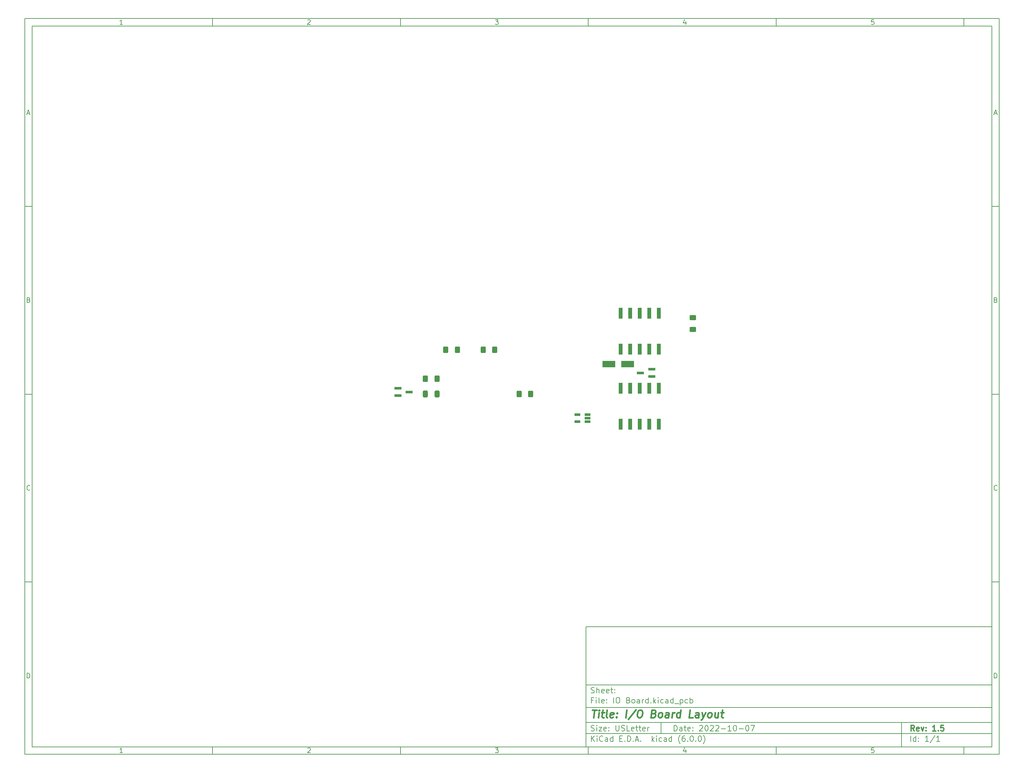
<source format=gbr>
G04 #@! TF.GenerationSoftware,KiCad,Pcbnew,(6.0.0)*
G04 #@! TF.CreationDate,2023-02-09T15:45:20-05:00*
G04 #@! TF.ProjectId,IO Board,494f2042-6f61-4726-942e-6b696361645f,1.5*
G04 #@! TF.SameCoordinates,Original*
G04 #@! TF.FileFunction,Paste,Top*
G04 #@! TF.FilePolarity,Positive*
%FSLAX46Y46*%
G04 Gerber Fmt 4.6, Leading zero omitted, Abs format (unit mm)*
G04 Created by KiCad (PCBNEW (6.0.0)) date 2023-02-09 15:45:20*
%MOMM*%
%LPD*%
G01*
G04 APERTURE LIST*
G04 Aperture macros list*
%AMRoundRect*
0 Rectangle with rounded corners*
0 $1 Rounding radius*
0 $2 $3 $4 $5 $6 $7 $8 $9 X,Y pos of 4 corners*
0 Add a 4 corners polygon primitive as box body*
4,1,4,$2,$3,$4,$5,$6,$7,$8,$9,$2,$3,0*
0 Add four circle primitives for the rounded corners*
1,1,$1+$1,$2,$3*
1,1,$1+$1,$4,$5*
1,1,$1+$1,$6,$7*
1,1,$1+$1,$8,$9*
0 Add four rect primitives between the rounded corners*
20,1,$1+$1,$2,$3,$4,$5,0*
20,1,$1+$1,$4,$5,$6,$7,0*
20,1,$1+$1,$6,$7,$8,$9,0*
20,1,$1+$1,$8,$9,$2,$3,0*%
G04 Aperture macros list end*
%ADD10C,0.100000*%
%ADD11C,0.150000*%
%ADD12C,0.300000*%
%ADD13C,0.400000*%
%ADD14R,1.900000X0.800000*%
%ADD15RoundRect,0.250000X0.400000X0.625000X-0.400000X0.625000X-0.400000X-0.625000X0.400000X-0.625000X0*%
%ADD16RoundRect,0.250000X-0.400000X-0.625000X0.400000X-0.625000X0.400000X0.625000X-0.400000X0.625000X0*%
%ADD17RoundRect,0.250000X-0.625000X0.400000X-0.625000X-0.400000X0.625000X-0.400000X0.625000X0.400000X0*%
%ADD18RoundRect,0.250000X-0.412500X-0.650000X0.412500X-0.650000X0.412500X0.650000X-0.412500X0.650000X0*%
%ADD19R,3.500000X1.800000*%
%ADD20R,1.000000X3.000000*%
%ADD21R,1.560000X0.650000*%
G04 APERTURE END LIST*
D10*
D11*
X159400000Y-171900000D02*
X159400000Y-203900000D01*
X267400000Y-203900000D01*
X267400000Y-171900000D01*
X159400000Y-171900000D01*
D10*
D11*
X10000000Y-10000000D02*
X10000000Y-205900000D01*
X269400000Y-205900000D01*
X269400000Y-10000000D01*
X10000000Y-10000000D01*
D10*
D11*
X12000000Y-12000000D02*
X12000000Y-203900000D01*
X267400000Y-203900000D01*
X267400000Y-12000000D01*
X12000000Y-12000000D01*
D10*
D11*
X60000000Y-12000000D02*
X60000000Y-10000000D01*
D10*
D11*
X110000000Y-12000000D02*
X110000000Y-10000000D01*
D10*
D11*
X160000000Y-12000000D02*
X160000000Y-10000000D01*
D10*
D11*
X210000000Y-12000000D02*
X210000000Y-10000000D01*
D10*
D11*
X260000000Y-12000000D02*
X260000000Y-10000000D01*
D10*
D11*
X36065476Y-11588095D02*
X35322619Y-11588095D01*
X35694047Y-11588095D02*
X35694047Y-10288095D01*
X35570238Y-10473809D01*
X35446428Y-10597619D01*
X35322619Y-10659523D01*
D10*
D11*
X85322619Y-10411904D02*
X85384523Y-10350000D01*
X85508333Y-10288095D01*
X85817857Y-10288095D01*
X85941666Y-10350000D01*
X86003571Y-10411904D01*
X86065476Y-10535714D01*
X86065476Y-10659523D01*
X86003571Y-10845238D01*
X85260714Y-11588095D01*
X86065476Y-11588095D01*
D10*
D11*
X135260714Y-10288095D02*
X136065476Y-10288095D01*
X135632142Y-10783333D01*
X135817857Y-10783333D01*
X135941666Y-10845238D01*
X136003571Y-10907142D01*
X136065476Y-11030952D01*
X136065476Y-11340476D01*
X136003571Y-11464285D01*
X135941666Y-11526190D01*
X135817857Y-11588095D01*
X135446428Y-11588095D01*
X135322619Y-11526190D01*
X135260714Y-11464285D01*
D10*
D11*
X185941666Y-10721428D02*
X185941666Y-11588095D01*
X185632142Y-10226190D02*
X185322619Y-11154761D01*
X186127380Y-11154761D01*
D10*
D11*
X236003571Y-10288095D02*
X235384523Y-10288095D01*
X235322619Y-10907142D01*
X235384523Y-10845238D01*
X235508333Y-10783333D01*
X235817857Y-10783333D01*
X235941666Y-10845238D01*
X236003571Y-10907142D01*
X236065476Y-11030952D01*
X236065476Y-11340476D01*
X236003571Y-11464285D01*
X235941666Y-11526190D01*
X235817857Y-11588095D01*
X235508333Y-11588095D01*
X235384523Y-11526190D01*
X235322619Y-11464285D01*
D10*
D11*
X60000000Y-203900000D02*
X60000000Y-205900000D01*
D10*
D11*
X110000000Y-203900000D02*
X110000000Y-205900000D01*
D10*
D11*
X160000000Y-203900000D02*
X160000000Y-205900000D01*
D10*
D11*
X210000000Y-203900000D02*
X210000000Y-205900000D01*
D10*
D11*
X260000000Y-203900000D02*
X260000000Y-205900000D01*
D10*
D11*
X36065476Y-205488095D02*
X35322619Y-205488095D01*
X35694047Y-205488095D02*
X35694047Y-204188095D01*
X35570238Y-204373809D01*
X35446428Y-204497619D01*
X35322619Y-204559523D01*
D10*
D11*
X85322619Y-204311904D02*
X85384523Y-204250000D01*
X85508333Y-204188095D01*
X85817857Y-204188095D01*
X85941666Y-204250000D01*
X86003571Y-204311904D01*
X86065476Y-204435714D01*
X86065476Y-204559523D01*
X86003571Y-204745238D01*
X85260714Y-205488095D01*
X86065476Y-205488095D01*
D10*
D11*
X135260714Y-204188095D02*
X136065476Y-204188095D01*
X135632142Y-204683333D01*
X135817857Y-204683333D01*
X135941666Y-204745238D01*
X136003571Y-204807142D01*
X136065476Y-204930952D01*
X136065476Y-205240476D01*
X136003571Y-205364285D01*
X135941666Y-205426190D01*
X135817857Y-205488095D01*
X135446428Y-205488095D01*
X135322619Y-205426190D01*
X135260714Y-205364285D01*
D10*
D11*
X185941666Y-204621428D02*
X185941666Y-205488095D01*
X185632142Y-204126190D02*
X185322619Y-205054761D01*
X186127380Y-205054761D01*
D10*
D11*
X236003571Y-204188095D02*
X235384523Y-204188095D01*
X235322619Y-204807142D01*
X235384523Y-204745238D01*
X235508333Y-204683333D01*
X235817857Y-204683333D01*
X235941666Y-204745238D01*
X236003571Y-204807142D01*
X236065476Y-204930952D01*
X236065476Y-205240476D01*
X236003571Y-205364285D01*
X235941666Y-205426190D01*
X235817857Y-205488095D01*
X235508333Y-205488095D01*
X235384523Y-205426190D01*
X235322619Y-205364285D01*
D10*
D11*
X10000000Y-60000000D02*
X12000000Y-60000000D01*
D10*
D11*
X10000000Y-110000000D02*
X12000000Y-110000000D01*
D10*
D11*
X10000000Y-160000000D02*
X12000000Y-160000000D01*
D10*
D11*
X10690476Y-35216666D02*
X11309523Y-35216666D01*
X10566666Y-35588095D02*
X11000000Y-34288095D01*
X11433333Y-35588095D01*
D10*
D11*
X11092857Y-84907142D02*
X11278571Y-84969047D01*
X11340476Y-85030952D01*
X11402380Y-85154761D01*
X11402380Y-85340476D01*
X11340476Y-85464285D01*
X11278571Y-85526190D01*
X11154761Y-85588095D01*
X10659523Y-85588095D01*
X10659523Y-84288095D01*
X11092857Y-84288095D01*
X11216666Y-84350000D01*
X11278571Y-84411904D01*
X11340476Y-84535714D01*
X11340476Y-84659523D01*
X11278571Y-84783333D01*
X11216666Y-84845238D01*
X11092857Y-84907142D01*
X10659523Y-84907142D01*
D10*
D11*
X11402380Y-135464285D02*
X11340476Y-135526190D01*
X11154761Y-135588095D01*
X11030952Y-135588095D01*
X10845238Y-135526190D01*
X10721428Y-135402380D01*
X10659523Y-135278571D01*
X10597619Y-135030952D01*
X10597619Y-134845238D01*
X10659523Y-134597619D01*
X10721428Y-134473809D01*
X10845238Y-134350000D01*
X11030952Y-134288095D01*
X11154761Y-134288095D01*
X11340476Y-134350000D01*
X11402380Y-134411904D01*
D10*
D11*
X10659523Y-185588095D02*
X10659523Y-184288095D01*
X10969047Y-184288095D01*
X11154761Y-184350000D01*
X11278571Y-184473809D01*
X11340476Y-184597619D01*
X11402380Y-184845238D01*
X11402380Y-185030952D01*
X11340476Y-185278571D01*
X11278571Y-185402380D01*
X11154761Y-185526190D01*
X10969047Y-185588095D01*
X10659523Y-185588095D01*
D10*
D11*
X269400000Y-60000000D02*
X267400000Y-60000000D01*
D10*
D11*
X269400000Y-110000000D02*
X267400000Y-110000000D01*
D10*
D11*
X269400000Y-160000000D02*
X267400000Y-160000000D01*
D10*
D11*
X268090476Y-35216666D02*
X268709523Y-35216666D01*
X267966666Y-35588095D02*
X268400000Y-34288095D01*
X268833333Y-35588095D01*
D10*
D11*
X268492857Y-84907142D02*
X268678571Y-84969047D01*
X268740476Y-85030952D01*
X268802380Y-85154761D01*
X268802380Y-85340476D01*
X268740476Y-85464285D01*
X268678571Y-85526190D01*
X268554761Y-85588095D01*
X268059523Y-85588095D01*
X268059523Y-84288095D01*
X268492857Y-84288095D01*
X268616666Y-84350000D01*
X268678571Y-84411904D01*
X268740476Y-84535714D01*
X268740476Y-84659523D01*
X268678571Y-84783333D01*
X268616666Y-84845238D01*
X268492857Y-84907142D01*
X268059523Y-84907142D01*
D10*
D11*
X268802380Y-135464285D02*
X268740476Y-135526190D01*
X268554761Y-135588095D01*
X268430952Y-135588095D01*
X268245238Y-135526190D01*
X268121428Y-135402380D01*
X268059523Y-135278571D01*
X267997619Y-135030952D01*
X267997619Y-134845238D01*
X268059523Y-134597619D01*
X268121428Y-134473809D01*
X268245238Y-134350000D01*
X268430952Y-134288095D01*
X268554761Y-134288095D01*
X268740476Y-134350000D01*
X268802380Y-134411904D01*
D10*
D11*
X268059523Y-185588095D02*
X268059523Y-184288095D01*
X268369047Y-184288095D01*
X268554761Y-184350000D01*
X268678571Y-184473809D01*
X268740476Y-184597619D01*
X268802380Y-184845238D01*
X268802380Y-185030952D01*
X268740476Y-185278571D01*
X268678571Y-185402380D01*
X268554761Y-185526190D01*
X268369047Y-185588095D01*
X268059523Y-185588095D01*
D10*
D11*
X182832142Y-199678571D02*
X182832142Y-198178571D01*
X183189285Y-198178571D01*
X183403571Y-198250000D01*
X183546428Y-198392857D01*
X183617857Y-198535714D01*
X183689285Y-198821428D01*
X183689285Y-199035714D01*
X183617857Y-199321428D01*
X183546428Y-199464285D01*
X183403571Y-199607142D01*
X183189285Y-199678571D01*
X182832142Y-199678571D01*
X184975000Y-199678571D02*
X184975000Y-198892857D01*
X184903571Y-198750000D01*
X184760714Y-198678571D01*
X184475000Y-198678571D01*
X184332142Y-198750000D01*
X184975000Y-199607142D02*
X184832142Y-199678571D01*
X184475000Y-199678571D01*
X184332142Y-199607142D01*
X184260714Y-199464285D01*
X184260714Y-199321428D01*
X184332142Y-199178571D01*
X184475000Y-199107142D01*
X184832142Y-199107142D01*
X184975000Y-199035714D01*
X185475000Y-198678571D02*
X186046428Y-198678571D01*
X185689285Y-198178571D02*
X185689285Y-199464285D01*
X185760714Y-199607142D01*
X185903571Y-199678571D01*
X186046428Y-199678571D01*
X187117857Y-199607142D02*
X186975000Y-199678571D01*
X186689285Y-199678571D01*
X186546428Y-199607142D01*
X186475000Y-199464285D01*
X186475000Y-198892857D01*
X186546428Y-198750000D01*
X186689285Y-198678571D01*
X186975000Y-198678571D01*
X187117857Y-198750000D01*
X187189285Y-198892857D01*
X187189285Y-199035714D01*
X186475000Y-199178571D01*
X187832142Y-199535714D02*
X187903571Y-199607142D01*
X187832142Y-199678571D01*
X187760714Y-199607142D01*
X187832142Y-199535714D01*
X187832142Y-199678571D01*
X187832142Y-198750000D02*
X187903571Y-198821428D01*
X187832142Y-198892857D01*
X187760714Y-198821428D01*
X187832142Y-198750000D01*
X187832142Y-198892857D01*
X189617857Y-198321428D02*
X189689285Y-198250000D01*
X189832142Y-198178571D01*
X190189285Y-198178571D01*
X190332142Y-198250000D01*
X190403571Y-198321428D01*
X190475000Y-198464285D01*
X190475000Y-198607142D01*
X190403571Y-198821428D01*
X189546428Y-199678571D01*
X190475000Y-199678571D01*
X191403571Y-198178571D02*
X191546428Y-198178571D01*
X191689285Y-198250000D01*
X191760714Y-198321428D01*
X191832142Y-198464285D01*
X191903571Y-198750000D01*
X191903571Y-199107142D01*
X191832142Y-199392857D01*
X191760714Y-199535714D01*
X191689285Y-199607142D01*
X191546428Y-199678571D01*
X191403571Y-199678571D01*
X191260714Y-199607142D01*
X191189285Y-199535714D01*
X191117857Y-199392857D01*
X191046428Y-199107142D01*
X191046428Y-198750000D01*
X191117857Y-198464285D01*
X191189285Y-198321428D01*
X191260714Y-198250000D01*
X191403571Y-198178571D01*
X192475000Y-198321428D02*
X192546428Y-198250000D01*
X192689285Y-198178571D01*
X193046428Y-198178571D01*
X193189285Y-198250000D01*
X193260714Y-198321428D01*
X193332142Y-198464285D01*
X193332142Y-198607142D01*
X193260714Y-198821428D01*
X192403571Y-199678571D01*
X193332142Y-199678571D01*
X193903571Y-198321428D02*
X193975000Y-198250000D01*
X194117857Y-198178571D01*
X194475000Y-198178571D01*
X194617857Y-198250000D01*
X194689285Y-198321428D01*
X194760714Y-198464285D01*
X194760714Y-198607142D01*
X194689285Y-198821428D01*
X193832142Y-199678571D01*
X194760714Y-199678571D01*
X195403571Y-199107142D02*
X196546428Y-199107142D01*
X198046428Y-199678571D02*
X197189285Y-199678571D01*
X197617857Y-199678571D02*
X197617857Y-198178571D01*
X197475000Y-198392857D01*
X197332142Y-198535714D01*
X197189285Y-198607142D01*
X198975000Y-198178571D02*
X199117857Y-198178571D01*
X199260714Y-198250000D01*
X199332142Y-198321428D01*
X199403571Y-198464285D01*
X199475000Y-198750000D01*
X199475000Y-199107142D01*
X199403571Y-199392857D01*
X199332142Y-199535714D01*
X199260714Y-199607142D01*
X199117857Y-199678571D01*
X198975000Y-199678571D01*
X198832142Y-199607142D01*
X198760714Y-199535714D01*
X198689285Y-199392857D01*
X198617857Y-199107142D01*
X198617857Y-198750000D01*
X198689285Y-198464285D01*
X198760714Y-198321428D01*
X198832142Y-198250000D01*
X198975000Y-198178571D01*
X200117857Y-199107142D02*
X201260714Y-199107142D01*
X202260714Y-198178571D02*
X202403571Y-198178571D01*
X202546428Y-198250000D01*
X202617857Y-198321428D01*
X202689285Y-198464285D01*
X202760714Y-198750000D01*
X202760714Y-199107142D01*
X202689285Y-199392857D01*
X202617857Y-199535714D01*
X202546428Y-199607142D01*
X202403571Y-199678571D01*
X202260714Y-199678571D01*
X202117857Y-199607142D01*
X202046428Y-199535714D01*
X201975000Y-199392857D01*
X201903571Y-199107142D01*
X201903571Y-198750000D01*
X201975000Y-198464285D01*
X202046428Y-198321428D01*
X202117857Y-198250000D01*
X202260714Y-198178571D01*
X203260714Y-198178571D02*
X204260714Y-198178571D01*
X203617857Y-199678571D01*
D10*
D11*
X159400000Y-200400000D02*
X267400000Y-200400000D01*
D10*
D11*
X160832142Y-202478571D02*
X160832142Y-200978571D01*
X161689285Y-202478571D02*
X161046428Y-201621428D01*
X161689285Y-200978571D02*
X160832142Y-201835714D01*
X162332142Y-202478571D02*
X162332142Y-201478571D01*
X162332142Y-200978571D02*
X162260714Y-201050000D01*
X162332142Y-201121428D01*
X162403571Y-201050000D01*
X162332142Y-200978571D01*
X162332142Y-201121428D01*
X163903571Y-202335714D02*
X163832142Y-202407142D01*
X163617857Y-202478571D01*
X163475000Y-202478571D01*
X163260714Y-202407142D01*
X163117857Y-202264285D01*
X163046428Y-202121428D01*
X162975000Y-201835714D01*
X162975000Y-201621428D01*
X163046428Y-201335714D01*
X163117857Y-201192857D01*
X163260714Y-201050000D01*
X163475000Y-200978571D01*
X163617857Y-200978571D01*
X163832142Y-201050000D01*
X163903571Y-201121428D01*
X165189285Y-202478571D02*
X165189285Y-201692857D01*
X165117857Y-201550000D01*
X164975000Y-201478571D01*
X164689285Y-201478571D01*
X164546428Y-201550000D01*
X165189285Y-202407142D02*
X165046428Y-202478571D01*
X164689285Y-202478571D01*
X164546428Y-202407142D01*
X164475000Y-202264285D01*
X164475000Y-202121428D01*
X164546428Y-201978571D01*
X164689285Y-201907142D01*
X165046428Y-201907142D01*
X165189285Y-201835714D01*
X166546428Y-202478571D02*
X166546428Y-200978571D01*
X166546428Y-202407142D02*
X166403571Y-202478571D01*
X166117857Y-202478571D01*
X165975000Y-202407142D01*
X165903571Y-202335714D01*
X165832142Y-202192857D01*
X165832142Y-201764285D01*
X165903571Y-201621428D01*
X165975000Y-201550000D01*
X166117857Y-201478571D01*
X166403571Y-201478571D01*
X166546428Y-201550000D01*
X168403571Y-201692857D02*
X168903571Y-201692857D01*
X169117857Y-202478571D02*
X168403571Y-202478571D01*
X168403571Y-200978571D01*
X169117857Y-200978571D01*
X169760714Y-202335714D02*
X169832142Y-202407142D01*
X169760714Y-202478571D01*
X169689285Y-202407142D01*
X169760714Y-202335714D01*
X169760714Y-202478571D01*
X170475000Y-202478571D02*
X170475000Y-200978571D01*
X170832142Y-200978571D01*
X171046428Y-201050000D01*
X171189285Y-201192857D01*
X171260714Y-201335714D01*
X171332142Y-201621428D01*
X171332142Y-201835714D01*
X171260714Y-202121428D01*
X171189285Y-202264285D01*
X171046428Y-202407142D01*
X170832142Y-202478571D01*
X170475000Y-202478571D01*
X171975000Y-202335714D02*
X172046428Y-202407142D01*
X171975000Y-202478571D01*
X171903571Y-202407142D01*
X171975000Y-202335714D01*
X171975000Y-202478571D01*
X172617857Y-202050000D02*
X173332142Y-202050000D01*
X172475000Y-202478571D02*
X172975000Y-200978571D01*
X173475000Y-202478571D01*
X173975000Y-202335714D02*
X174046428Y-202407142D01*
X173975000Y-202478571D01*
X173903571Y-202407142D01*
X173975000Y-202335714D01*
X173975000Y-202478571D01*
X176975000Y-202478571D02*
X176975000Y-200978571D01*
X177117857Y-201907142D02*
X177546428Y-202478571D01*
X177546428Y-201478571D02*
X176975000Y-202050000D01*
X178189285Y-202478571D02*
X178189285Y-201478571D01*
X178189285Y-200978571D02*
X178117857Y-201050000D01*
X178189285Y-201121428D01*
X178260714Y-201050000D01*
X178189285Y-200978571D01*
X178189285Y-201121428D01*
X179546428Y-202407142D02*
X179403571Y-202478571D01*
X179117857Y-202478571D01*
X178975000Y-202407142D01*
X178903571Y-202335714D01*
X178832142Y-202192857D01*
X178832142Y-201764285D01*
X178903571Y-201621428D01*
X178975000Y-201550000D01*
X179117857Y-201478571D01*
X179403571Y-201478571D01*
X179546428Y-201550000D01*
X180832142Y-202478571D02*
X180832142Y-201692857D01*
X180760714Y-201550000D01*
X180617857Y-201478571D01*
X180332142Y-201478571D01*
X180189285Y-201550000D01*
X180832142Y-202407142D02*
X180689285Y-202478571D01*
X180332142Y-202478571D01*
X180189285Y-202407142D01*
X180117857Y-202264285D01*
X180117857Y-202121428D01*
X180189285Y-201978571D01*
X180332142Y-201907142D01*
X180689285Y-201907142D01*
X180832142Y-201835714D01*
X182189285Y-202478571D02*
X182189285Y-200978571D01*
X182189285Y-202407142D02*
X182046428Y-202478571D01*
X181760714Y-202478571D01*
X181617857Y-202407142D01*
X181546428Y-202335714D01*
X181475000Y-202192857D01*
X181475000Y-201764285D01*
X181546428Y-201621428D01*
X181617857Y-201550000D01*
X181760714Y-201478571D01*
X182046428Y-201478571D01*
X182189285Y-201550000D01*
X184475000Y-203050000D02*
X184403571Y-202978571D01*
X184260714Y-202764285D01*
X184189285Y-202621428D01*
X184117857Y-202407142D01*
X184046428Y-202050000D01*
X184046428Y-201764285D01*
X184117857Y-201407142D01*
X184189285Y-201192857D01*
X184260714Y-201050000D01*
X184403571Y-200835714D01*
X184475000Y-200764285D01*
X185689285Y-200978571D02*
X185403571Y-200978571D01*
X185260714Y-201050000D01*
X185189285Y-201121428D01*
X185046428Y-201335714D01*
X184975000Y-201621428D01*
X184975000Y-202192857D01*
X185046428Y-202335714D01*
X185117857Y-202407142D01*
X185260714Y-202478571D01*
X185546428Y-202478571D01*
X185689285Y-202407142D01*
X185760714Y-202335714D01*
X185832142Y-202192857D01*
X185832142Y-201835714D01*
X185760714Y-201692857D01*
X185689285Y-201621428D01*
X185546428Y-201550000D01*
X185260714Y-201550000D01*
X185117857Y-201621428D01*
X185046428Y-201692857D01*
X184975000Y-201835714D01*
X186475000Y-202335714D02*
X186546428Y-202407142D01*
X186475000Y-202478571D01*
X186403571Y-202407142D01*
X186475000Y-202335714D01*
X186475000Y-202478571D01*
X187475000Y-200978571D02*
X187617857Y-200978571D01*
X187760714Y-201050000D01*
X187832142Y-201121428D01*
X187903571Y-201264285D01*
X187975000Y-201550000D01*
X187975000Y-201907142D01*
X187903571Y-202192857D01*
X187832142Y-202335714D01*
X187760714Y-202407142D01*
X187617857Y-202478571D01*
X187475000Y-202478571D01*
X187332142Y-202407142D01*
X187260714Y-202335714D01*
X187189285Y-202192857D01*
X187117857Y-201907142D01*
X187117857Y-201550000D01*
X187189285Y-201264285D01*
X187260714Y-201121428D01*
X187332142Y-201050000D01*
X187475000Y-200978571D01*
X188617857Y-202335714D02*
X188689285Y-202407142D01*
X188617857Y-202478571D01*
X188546428Y-202407142D01*
X188617857Y-202335714D01*
X188617857Y-202478571D01*
X189617857Y-200978571D02*
X189760714Y-200978571D01*
X189903571Y-201050000D01*
X189975000Y-201121428D01*
X190046428Y-201264285D01*
X190117857Y-201550000D01*
X190117857Y-201907142D01*
X190046428Y-202192857D01*
X189975000Y-202335714D01*
X189903571Y-202407142D01*
X189760714Y-202478571D01*
X189617857Y-202478571D01*
X189475000Y-202407142D01*
X189403571Y-202335714D01*
X189332142Y-202192857D01*
X189260714Y-201907142D01*
X189260714Y-201550000D01*
X189332142Y-201264285D01*
X189403571Y-201121428D01*
X189475000Y-201050000D01*
X189617857Y-200978571D01*
X190617857Y-203050000D02*
X190689285Y-202978571D01*
X190832142Y-202764285D01*
X190903571Y-202621428D01*
X190975000Y-202407142D01*
X191046428Y-202050000D01*
X191046428Y-201764285D01*
X190975000Y-201407142D01*
X190903571Y-201192857D01*
X190832142Y-201050000D01*
X190689285Y-200835714D01*
X190617857Y-200764285D01*
D10*
D11*
X159400000Y-197400000D02*
X267400000Y-197400000D01*
D10*
D12*
X246809285Y-199678571D02*
X246309285Y-198964285D01*
X245952142Y-199678571D02*
X245952142Y-198178571D01*
X246523571Y-198178571D01*
X246666428Y-198250000D01*
X246737857Y-198321428D01*
X246809285Y-198464285D01*
X246809285Y-198678571D01*
X246737857Y-198821428D01*
X246666428Y-198892857D01*
X246523571Y-198964285D01*
X245952142Y-198964285D01*
X248023571Y-199607142D02*
X247880714Y-199678571D01*
X247595000Y-199678571D01*
X247452142Y-199607142D01*
X247380714Y-199464285D01*
X247380714Y-198892857D01*
X247452142Y-198750000D01*
X247595000Y-198678571D01*
X247880714Y-198678571D01*
X248023571Y-198750000D01*
X248095000Y-198892857D01*
X248095000Y-199035714D01*
X247380714Y-199178571D01*
X248595000Y-198678571D02*
X248952142Y-199678571D01*
X249309285Y-198678571D01*
X249880714Y-199535714D02*
X249952142Y-199607142D01*
X249880714Y-199678571D01*
X249809285Y-199607142D01*
X249880714Y-199535714D01*
X249880714Y-199678571D01*
X249880714Y-198750000D02*
X249952142Y-198821428D01*
X249880714Y-198892857D01*
X249809285Y-198821428D01*
X249880714Y-198750000D01*
X249880714Y-198892857D01*
X252523571Y-199678571D02*
X251666428Y-199678571D01*
X252095000Y-199678571D02*
X252095000Y-198178571D01*
X251952142Y-198392857D01*
X251809285Y-198535714D01*
X251666428Y-198607142D01*
X253166428Y-199535714D02*
X253237857Y-199607142D01*
X253166428Y-199678571D01*
X253095000Y-199607142D01*
X253166428Y-199535714D01*
X253166428Y-199678571D01*
X254595000Y-198178571D02*
X253880714Y-198178571D01*
X253809285Y-198892857D01*
X253880714Y-198821428D01*
X254023571Y-198750000D01*
X254380714Y-198750000D01*
X254523571Y-198821428D01*
X254595000Y-198892857D01*
X254666428Y-199035714D01*
X254666428Y-199392857D01*
X254595000Y-199535714D01*
X254523571Y-199607142D01*
X254380714Y-199678571D01*
X254023571Y-199678571D01*
X253880714Y-199607142D01*
X253809285Y-199535714D01*
D10*
D11*
X160760714Y-199607142D02*
X160975000Y-199678571D01*
X161332142Y-199678571D01*
X161475000Y-199607142D01*
X161546428Y-199535714D01*
X161617857Y-199392857D01*
X161617857Y-199250000D01*
X161546428Y-199107142D01*
X161475000Y-199035714D01*
X161332142Y-198964285D01*
X161046428Y-198892857D01*
X160903571Y-198821428D01*
X160832142Y-198750000D01*
X160760714Y-198607142D01*
X160760714Y-198464285D01*
X160832142Y-198321428D01*
X160903571Y-198250000D01*
X161046428Y-198178571D01*
X161403571Y-198178571D01*
X161617857Y-198250000D01*
X162260714Y-199678571D02*
X162260714Y-198678571D01*
X162260714Y-198178571D02*
X162189285Y-198250000D01*
X162260714Y-198321428D01*
X162332142Y-198250000D01*
X162260714Y-198178571D01*
X162260714Y-198321428D01*
X162832142Y-198678571D02*
X163617857Y-198678571D01*
X162832142Y-199678571D01*
X163617857Y-199678571D01*
X164760714Y-199607142D02*
X164617857Y-199678571D01*
X164332142Y-199678571D01*
X164189285Y-199607142D01*
X164117857Y-199464285D01*
X164117857Y-198892857D01*
X164189285Y-198750000D01*
X164332142Y-198678571D01*
X164617857Y-198678571D01*
X164760714Y-198750000D01*
X164832142Y-198892857D01*
X164832142Y-199035714D01*
X164117857Y-199178571D01*
X165475000Y-199535714D02*
X165546428Y-199607142D01*
X165475000Y-199678571D01*
X165403571Y-199607142D01*
X165475000Y-199535714D01*
X165475000Y-199678571D01*
X165475000Y-198750000D02*
X165546428Y-198821428D01*
X165475000Y-198892857D01*
X165403571Y-198821428D01*
X165475000Y-198750000D01*
X165475000Y-198892857D01*
X167332142Y-198178571D02*
X167332142Y-199392857D01*
X167403571Y-199535714D01*
X167475000Y-199607142D01*
X167617857Y-199678571D01*
X167903571Y-199678571D01*
X168046428Y-199607142D01*
X168117857Y-199535714D01*
X168189285Y-199392857D01*
X168189285Y-198178571D01*
X168832142Y-199607142D02*
X169046428Y-199678571D01*
X169403571Y-199678571D01*
X169546428Y-199607142D01*
X169617857Y-199535714D01*
X169689285Y-199392857D01*
X169689285Y-199250000D01*
X169617857Y-199107142D01*
X169546428Y-199035714D01*
X169403571Y-198964285D01*
X169117857Y-198892857D01*
X168975000Y-198821428D01*
X168903571Y-198750000D01*
X168832142Y-198607142D01*
X168832142Y-198464285D01*
X168903571Y-198321428D01*
X168975000Y-198250000D01*
X169117857Y-198178571D01*
X169475000Y-198178571D01*
X169689285Y-198250000D01*
X171046428Y-199678571D02*
X170332142Y-199678571D01*
X170332142Y-198178571D01*
X172117857Y-199607142D02*
X171975000Y-199678571D01*
X171689285Y-199678571D01*
X171546428Y-199607142D01*
X171475000Y-199464285D01*
X171475000Y-198892857D01*
X171546428Y-198750000D01*
X171689285Y-198678571D01*
X171975000Y-198678571D01*
X172117857Y-198750000D01*
X172189285Y-198892857D01*
X172189285Y-199035714D01*
X171475000Y-199178571D01*
X172617857Y-198678571D02*
X173189285Y-198678571D01*
X172832142Y-198178571D02*
X172832142Y-199464285D01*
X172903571Y-199607142D01*
X173046428Y-199678571D01*
X173189285Y-199678571D01*
X173475000Y-198678571D02*
X174046428Y-198678571D01*
X173689285Y-198178571D02*
X173689285Y-199464285D01*
X173760714Y-199607142D01*
X173903571Y-199678571D01*
X174046428Y-199678571D01*
X175117857Y-199607142D02*
X174975000Y-199678571D01*
X174689285Y-199678571D01*
X174546428Y-199607142D01*
X174475000Y-199464285D01*
X174475000Y-198892857D01*
X174546428Y-198750000D01*
X174689285Y-198678571D01*
X174975000Y-198678571D01*
X175117857Y-198750000D01*
X175189285Y-198892857D01*
X175189285Y-199035714D01*
X174475000Y-199178571D01*
X175832142Y-199678571D02*
X175832142Y-198678571D01*
X175832142Y-198964285D02*
X175903571Y-198821428D01*
X175975000Y-198750000D01*
X176117857Y-198678571D01*
X176260714Y-198678571D01*
D10*
D11*
X245832142Y-202478571D02*
X245832142Y-200978571D01*
X247189285Y-202478571D02*
X247189285Y-200978571D01*
X247189285Y-202407142D02*
X247046428Y-202478571D01*
X246760714Y-202478571D01*
X246617857Y-202407142D01*
X246546428Y-202335714D01*
X246475000Y-202192857D01*
X246475000Y-201764285D01*
X246546428Y-201621428D01*
X246617857Y-201550000D01*
X246760714Y-201478571D01*
X247046428Y-201478571D01*
X247189285Y-201550000D01*
X247903571Y-202335714D02*
X247975000Y-202407142D01*
X247903571Y-202478571D01*
X247832142Y-202407142D01*
X247903571Y-202335714D01*
X247903571Y-202478571D01*
X247903571Y-201550000D02*
X247975000Y-201621428D01*
X247903571Y-201692857D01*
X247832142Y-201621428D01*
X247903571Y-201550000D01*
X247903571Y-201692857D01*
X250546428Y-202478571D02*
X249689285Y-202478571D01*
X250117857Y-202478571D02*
X250117857Y-200978571D01*
X249975000Y-201192857D01*
X249832142Y-201335714D01*
X249689285Y-201407142D01*
X252260714Y-200907142D02*
X250975000Y-202835714D01*
X253546428Y-202478571D02*
X252689285Y-202478571D01*
X253117857Y-202478571D02*
X253117857Y-200978571D01*
X252975000Y-201192857D01*
X252832142Y-201335714D01*
X252689285Y-201407142D01*
D10*
D11*
X159400000Y-193400000D02*
X267400000Y-193400000D01*
D10*
D13*
X161112380Y-194104761D02*
X162255238Y-194104761D01*
X161433809Y-196104761D02*
X161683809Y-194104761D01*
X162671904Y-196104761D02*
X162838571Y-194771428D01*
X162921904Y-194104761D02*
X162814761Y-194200000D01*
X162898095Y-194295238D01*
X163005238Y-194200000D01*
X162921904Y-194104761D01*
X162898095Y-194295238D01*
X163505238Y-194771428D02*
X164267142Y-194771428D01*
X163874285Y-194104761D02*
X163660000Y-195819047D01*
X163731428Y-196009523D01*
X163910000Y-196104761D01*
X164100476Y-196104761D01*
X165052857Y-196104761D02*
X164874285Y-196009523D01*
X164802857Y-195819047D01*
X165017142Y-194104761D01*
X166588571Y-196009523D02*
X166386190Y-196104761D01*
X166005238Y-196104761D01*
X165826666Y-196009523D01*
X165755238Y-195819047D01*
X165850476Y-195057142D01*
X165969523Y-194866666D01*
X166171904Y-194771428D01*
X166552857Y-194771428D01*
X166731428Y-194866666D01*
X166802857Y-195057142D01*
X166779047Y-195247619D01*
X165802857Y-195438095D01*
X167552857Y-195914285D02*
X167636190Y-196009523D01*
X167529047Y-196104761D01*
X167445714Y-196009523D01*
X167552857Y-195914285D01*
X167529047Y-196104761D01*
X167683809Y-194866666D02*
X167767142Y-194961904D01*
X167660000Y-195057142D01*
X167576666Y-194961904D01*
X167683809Y-194866666D01*
X167660000Y-195057142D01*
X170005238Y-196104761D02*
X170255238Y-194104761D01*
X172648095Y-194009523D02*
X170612380Y-196580952D01*
X173683809Y-194104761D02*
X174064761Y-194104761D01*
X174243333Y-194200000D01*
X174410000Y-194390476D01*
X174457619Y-194771428D01*
X174374285Y-195438095D01*
X174231428Y-195819047D01*
X174017142Y-196009523D01*
X173814761Y-196104761D01*
X173433809Y-196104761D01*
X173255238Y-196009523D01*
X173088571Y-195819047D01*
X173040952Y-195438095D01*
X173124285Y-194771428D01*
X173267142Y-194390476D01*
X173481428Y-194200000D01*
X173683809Y-194104761D01*
X177469523Y-195057142D02*
X177743333Y-195152380D01*
X177826666Y-195247619D01*
X177898095Y-195438095D01*
X177862380Y-195723809D01*
X177743333Y-195914285D01*
X177636190Y-196009523D01*
X177433809Y-196104761D01*
X176671904Y-196104761D01*
X176921904Y-194104761D01*
X177588571Y-194104761D01*
X177767142Y-194200000D01*
X177850476Y-194295238D01*
X177921904Y-194485714D01*
X177898095Y-194676190D01*
X177779047Y-194866666D01*
X177671904Y-194961904D01*
X177469523Y-195057142D01*
X176802857Y-195057142D01*
X178957619Y-196104761D02*
X178779047Y-196009523D01*
X178695714Y-195914285D01*
X178624285Y-195723809D01*
X178695714Y-195152380D01*
X178814761Y-194961904D01*
X178921904Y-194866666D01*
X179124285Y-194771428D01*
X179410000Y-194771428D01*
X179588571Y-194866666D01*
X179671904Y-194961904D01*
X179743333Y-195152380D01*
X179671904Y-195723809D01*
X179552857Y-195914285D01*
X179445714Y-196009523D01*
X179243333Y-196104761D01*
X178957619Y-196104761D01*
X181338571Y-196104761D02*
X181469523Y-195057142D01*
X181398095Y-194866666D01*
X181219523Y-194771428D01*
X180838571Y-194771428D01*
X180636190Y-194866666D01*
X181350476Y-196009523D02*
X181148095Y-196104761D01*
X180671904Y-196104761D01*
X180493333Y-196009523D01*
X180421904Y-195819047D01*
X180445714Y-195628571D01*
X180564761Y-195438095D01*
X180767142Y-195342857D01*
X181243333Y-195342857D01*
X181445714Y-195247619D01*
X182290952Y-196104761D02*
X182457619Y-194771428D01*
X182410000Y-195152380D02*
X182529047Y-194961904D01*
X182636190Y-194866666D01*
X182838571Y-194771428D01*
X183029047Y-194771428D01*
X184386190Y-196104761D02*
X184636190Y-194104761D01*
X184398095Y-196009523D02*
X184195714Y-196104761D01*
X183814761Y-196104761D01*
X183636190Y-196009523D01*
X183552857Y-195914285D01*
X183481428Y-195723809D01*
X183552857Y-195152380D01*
X183671904Y-194961904D01*
X183779047Y-194866666D01*
X183981428Y-194771428D01*
X184362380Y-194771428D01*
X184540952Y-194866666D01*
X187814761Y-196104761D02*
X186862380Y-196104761D01*
X187112380Y-194104761D01*
X189338571Y-196104761D02*
X189469523Y-195057142D01*
X189398095Y-194866666D01*
X189219523Y-194771428D01*
X188838571Y-194771428D01*
X188636190Y-194866666D01*
X189350476Y-196009523D02*
X189148095Y-196104761D01*
X188671904Y-196104761D01*
X188493333Y-196009523D01*
X188421904Y-195819047D01*
X188445714Y-195628571D01*
X188564761Y-195438095D01*
X188767142Y-195342857D01*
X189243333Y-195342857D01*
X189445714Y-195247619D01*
X190267142Y-194771428D02*
X190576666Y-196104761D01*
X191219523Y-194771428D02*
X190576666Y-196104761D01*
X190326666Y-196580952D01*
X190219523Y-196676190D01*
X190017142Y-196771428D01*
X192100476Y-196104761D02*
X191921904Y-196009523D01*
X191838571Y-195914285D01*
X191767142Y-195723809D01*
X191838571Y-195152380D01*
X191957619Y-194961904D01*
X192064761Y-194866666D01*
X192267142Y-194771428D01*
X192552857Y-194771428D01*
X192731428Y-194866666D01*
X192814761Y-194961904D01*
X192886190Y-195152380D01*
X192814761Y-195723809D01*
X192695714Y-195914285D01*
X192588571Y-196009523D01*
X192386190Y-196104761D01*
X192100476Y-196104761D01*
X194648095Y-194771428D02*
X194481428Y-196104761D01*
X193790952Y-194771428D02*
X193660000Y-195819047D01*
X193731428Y-196009523D01*
X193910000Y-196104761D01*
X194195714Y-196104761D01*
X194398095Y-196009523D01*
X194505238Y-195914285D01*
X195314761Y-194771428D02*
X196076666Y-194771428D01*
X195683809Y-194104761D02*
X195469523Y-195819047D01*
X195540952Y-196009523D01*
X195719523Y-196104761D01*
X195910000Y-196104761D01*
D10*
D11*
X161332142Y-191492857D02*
X160832142Y-191492857D01*
X160832142Y-192278571D02*
X160832142Y-190778571D01*
X161546428Y-190778571D01*
X162117857Y-192278571D02*
X162117857Y-191278571D01*
X162117857Y-190778571D02*
X162046428Y-190850000D01*
X162117857Y-190921428D01*
X162189285Y-190850000D01*
X162117857Y-190778571D01*
X162117857Y-190921428D01*
X163046428Y-192278571D02*
X162903571Y-192207142D01*
X162832142Y-192064285D01*
X162832142Y-190778571D01*
X164189285Y-192207142D02*
X164046428Y-192278571D01*
X163760714Y-192278571D01*
X163617857Y-192207142D01*
X163546428Y-192064285D01*
X163546428Y-191492857D01*
X163617857Y-191350000D01*
X163760714Y-191278571D01*
X164046428Y-191278571D01*
X164189285Y-191350000D01*
X164260714Y-191492857D01*
X164260714Y-191635714D01*
X163546428Y-191778571D01*
X164903571Y-192135714D02*
X164975000Y-192207142D01*
X164903571Y-192278571D01*
X164832142Y-192207142D01*
X164903571Y-192135714D01*
X164903571Y-192278571D01*
X164903571Y-191350000D02*
X164975000Y-191421428D01*
X164903571Y-191492857D01*
X164832142Y-191421428D01*
X164903571Y-191350000D01*
X164903571Y-191492857D01*
X166760714Y-192278571D02*
X166760714Y-190778571D01*
X167760714Y-190778571D02*
X168046428Y-190778571D01*
X168189285Y-190850000D01*
X168332142Y-190992857D01*
X168403571Y-191278571D01*
X168403571Y-191778571D01*
X168332142Y-192064285D01*
X168189285Y-192207142D01*
X168046428Y-192278571D01*
X167760714Y-192278571D01*
X167617857Y-192207142D01*
X167475000Y-192064285D01*
X167403571Y-191778571D01*
X167403571Y-191278571D01*
X167475000Y-190992857D01*
X167617857Y-190850000D01*
X167760714Y-190778571D01*
X170689285Y-191492857D02*
X170903571Y-191564285D01*
X170975000Y-191635714D01*
X171046428Y-191778571D01*
X171046428Y-191992857D01*
X170975000Y-192135714D01*
X170903571Y-192207142D01*
X170760714Y-192278571D01*
X170189285Y-192278571D01*
X170189285Y-190778571D01*
X170689285Y-190778571D01*
X170832142Y-190850000D01*
X170903571Y-190921428D01*
X170975000Y-191064285D01*
X170975000Y-191207142D01*
X170903571Y-191350000D01*
X170832142Y-191421428D01*
X170689285Y-191492857D01*
X170189285Y-191492857D01*
X171903571Y-192278571D02*
X171760714Y-192207142D01*
X171689285Y-192135714D01*
X171617857Y-191992857D01*
X171617857Y-191564285D01*
X171689285Y-191421428D01*
X171760714Y-191350000D01*
X171903571Y-191278571D01*
X172117857Y-191278571D01*
X172260714Y-191350000D01*
X172332142Y-191421428D01*
X172403571Y-191564285D01*
X172403571Y-191992857D01*
X172332142Y-192135714D01*
X172260714Y-192207142D01*
X172117857Y-192278571D01*
X171903571Y-192278571D01*
X173689285Y-192278571D02*
X173689285Y-191492857D01*
X173617857Y-191350000D01*
X173475000Y-191278571D01*
X173189285Y-191278571D01*
X173046428Y-191350000D01*
X173689285Y-192207142D02*
X173546428Y-192278571D01*
X173189285Y-192278571D01*
X173046428Y-192207142D01*
X172975000Y-192064285D01*
X172975000Y-191921428D01*
X173046428Y-191778571D01*
X173189285Y-191707142D01*
X173546428Y-191707142D01*
X173689285Y-191635714D01*
X174403571Y-192278571D02*
X174403571Y-191278571D01*
X174403571Y-191564285D02*
X174475000Y-191421428D01*
X174546428Y-191350000D01*
X174689285Y-191278571D01*
X174832142Y-191278571D01*
X175975000Y-192278571D02*
X175975000Y-190778571D01*
X175975000Y-192207142D02*
X175832142Y-192278571D01*
X175546428Y-192278571D01*
X175403571Y-192207142D01*
X175332142Y-192135714D01*
X175260714Y-191992857D01*
X175260714Y-191564285D01*
X175332142Y-191421428D01*
X175403571Y-191350000D01*
X175546428Y-191278571D01*
X175832142Y-191278571D01*
X175975000Y-191350000D01*
X176689285Y-192135714D02*
X176760714Y-192207142D01*
X176689285Y-192278571D01*
X176617857Y-192207142D01*
X176689285Y-192135714D01*
X176689285Y-192278571D01*
X177403571Y-192278571D02*
X177403571Y-190778571D01*
X177546428Y-191707142D02*
X177975000Y-192278571D01*
X177975000Y-191278571D02*
X177403571Y-191850000D01*
X178617857Y-192278571D02*
X178617857Y-191278571D01*
X178617857Y-190778571D02*
X178546428Y-190850000D01*
X178617857Y-190921428D01*
X178689285Y-190850000D01*
X178617857Y-190778571D01*
X178617857Y-190921428D01*
X179975000Y-192207142D02*
X179832142Y-192278571D01*
X179546428Y-192278571D01*
X179403571Y-192207142D01*
X179332142Y-192135714D01*
X179260714Y-191992857D01*
X179260714Y-191564285D01*
X179332142Y-191421428D01*
X179403571Y-191350000D01*
X179546428Y-191278571D01*
X179832142Y-191278571D01*
X179975000Y-191350000D01*
X181260714Y-192278571D02*
X181260714Y-191492857D01*
X181189285Y-191350000D01*
X181046428Y-191278571D01*
X180760714Y-191278571D01*
X180617857Y-191350000D01*
X181260714Y-192207142D02*
X181117857Y-192278571D01*
X180760714Y-192278571D01*
X180617857Y-192207142D01*
X180546428Y-192064285D01*
X180546428Y-191921428D01*
X180617857Y-191778571D01*
X180760714Y-191707142D01*
X181117857Y-191707142D01*
X181260714Y-191635714D01*
X182617857Y-192278571D02*
X182617857Y-190778571D01*
X182617857Y-192207142D02*
X182475000Y-192278571D01*
X182189285Y-192278571D01*
X182046428Y-192207142D01*
X181975000Y-192135714D01*
X181903571Y-191992857D01*
X181903571Y-191564285D01*
X181975000Y-191421428D01*
X182046428Y-191350000D01*
X182189285Y-191278571D01*
X182475000Y-191278571D01*
X182617857Y-191350000D01*
X182975000Y-192421428D02*
X184117857Y-192421428D01*
X184475000Y-191278571D02*
X184475000Y-192778571D01*
X184475000Y-191350000D02*
X184617857Y-191278571D01*
X184903571Y-191278571D01*
X185046428Y-191350000D01*
X185117857Y-191421428D01*
X185189285Y-191564285D01*
X185189285Y-191992857D01*
X185117857Y-192135714D01*
X185046428Y-192207142D01*
X184903571Y-192278571D01*
X184617857Y-192278571D01*
X184475000Y-192207142D01*
X186475000Y-192207142D02*
X186332142Y-192278571D01*
X186046428Y-192278571D01*
X185903571Y-192207142D01*
X185832142Y-192135714D01*
X185760714Y-191992857D01*
X185760714Y-191564285D01*
X185832142Y-191421428D01*
X185903571Y-191350000D01*
X186046428Y-191278571D01*
X186332142Y-191278571D01*
X186475000Y-191350000D01*
X187117857Y-192278571D02*
X187117857Y-190778571D01*
X187117857Y-191350000D02*
X187260714Y-191278571D01*
X187546428Y-191278571D01*
X187689285Y-191350000D01*
X187760714Y-191421428D01*
X187832142Y-191564285D01*
X187832142Y-191992857D01*
X187760714Y-192135714D01*
X187689285Y-192207142D01*
X187546428Y-192278571D01*
X187260714Y-192278571D01*
X187117857Y-192207142D01*
D10*
D11*
X159400000Y-187400000D02*
X267400000Y-187400000D01*
D10*
D11*
X160760714Y-189507142D02*
X160975000Y-189578571D01*
X161332142Y-189578571D01*
X161475000Y-189507142D01*
X161546428Y-189435714D01*
X161617857Y-189292857D01*
X161617857Y-189150000D01*
X161546428Y-189007142D01*
X161475000Y-188935714D01*
X161332142Y-188864285D01*
X161046428Y-188792857D01*
X160903571Y-188721428D01*
X160832142Y-188650000D01*
X160760714Y-188507142D01*
X160760714Y-188364285D01*
X160832142Y-188221428D01*
X160903571Y-188150000D01*
X161046428Y-188078571D01*
X161403571Y-188078571D01*
X161617857Y-188150000D01*
X162260714Y-189578571D02*
X162260714Y-188078571D01*
X162903571Y-189578571D02*
X162903571Y-188792857D01*
X162832142Y-188650000D01*
X162689285Y-188578571D01*
X162475000Y-188578571D01*
X162332142Y-188650000D01*
X162260714Y-188721428D01*
X164189285Y-189507142D02*
X164046428Y-189578571D01*
X163760714Y-189578571D01*
X163617857Y-189507142D01*
X163546428Y-189364285D01*
X163546428Y-188792857D01*
X163617857Y-188650000D01*
X163760714Y-188578571D01*
X164046428Y-188578571D01*
X164189285Y-188650000D01*
X164260714Y-188792857D01*
X164260714Y-188935714D01*
X163546428Y-189078571D01*
X165475000Y-189507142D02*
X165332142Y-189578571D01*
X165046428Y-189578571D01*
X164903571Y-189507142D01*
X164832142Y-189364285D01*
X164832142Y-188792857D01*
X164903571Y-188650000D01*
X165046428Y-188578571D01*
X165332142Y-188578571D01*
X165475000Y-188650000D01*
X165546428Y-188792857D01*
X165546428Y-188935714D01*
X164832142Y-189078571D01*
X165975000Y-188578571D02*
X166546428Y-188578571D01*
X166189285Y-188078571D02*
X166189285Y-189364285D01*
X166260714Y-189507142D01*
X166403571Y-189578571D01*
X166546428Y-189578571D01*
X167046428Y-189435714D02*
X167117857Y-189507142D01*
X167046428Y-189578571D01*
X166975000Y-189507142D01*
X167046428Y-189435714D01*
X167046428Y-189578571D01*
X167046428Y-188650000D02*
X167117857Y-188721428D01*
X167046428Y-188792857D01*
X166975000Y-188721428D01*
X167046428Y-188650000D01*
X167046428Y-188792857D01*
D10*
D12*
D10*
D11*
D10*
D11*
D10*
D11*
D10*
D11*
D10*
D11*
X179400000Y-197400000D02*
X179400000Y-200400000D01*
D10*
D11*
X243400000Y-197400000D02*
X243400000Y-203900000D01*
D14*
X176911000Y-105278000D03*
X176911000Y-103378000D03*
X173911000Y-104328000D03*
D15*
X144679000Y-109982000D03*
X141579000Y-109982000D03*
D16*
X132017500Y-98171000D03*
X135117500Y-98171000D03*
D17*
X187833000Y-89672500D03*
X187833000Y-92772500D03*
D18*
X116638000Y-109982000D03*
X119763000Y-109982000D03*
D15*
X119750500Y-105918000D03*
X116650500Y-105918000D03*
D19*
X170500000Y-102000000D03*
X165500000Y-102000000D03*
D20*
X168656000Y-98044000D03*
X171196000Y-98044000D03*
X173736000Y-98044000D03*
X176276000Y-98044000D03*
X178816000Y-98044000D03*
X178816000Y-88484000D03*
X176276000Y-88484000D03*
X173736000Y-88484000D03*
X171196000Y-88484000D03*
X168656000Y-88484000D03*
X168656000Y-118018000D03*
X171196000Y-118018000D03*
X173736000Y-118018000D03*
X176276000Y-118018000D03*
X178816000Y-118018000D03*
X178816000Y-108458000D03*
X176276000Y-108458000D03*
X173736000Y-108458000D03*
X171196000Y-108458000D03*
X168656000Y-108458000D03*
D15*
X125157500Y-98171000D03*
X122057500Y-98171000D03*
D14*
X109347000Y-108463000D03*
X109347000Y-110363000D03*
X112347000Y-109413000D03*
D21*
X159773600Y-117348000D03*
X159773600Y-116398000D03*
X159773600Y-115448000D03*
X157073600Y-115448000D03*
X157073600Y-117348000D03*
M02*

</source>
